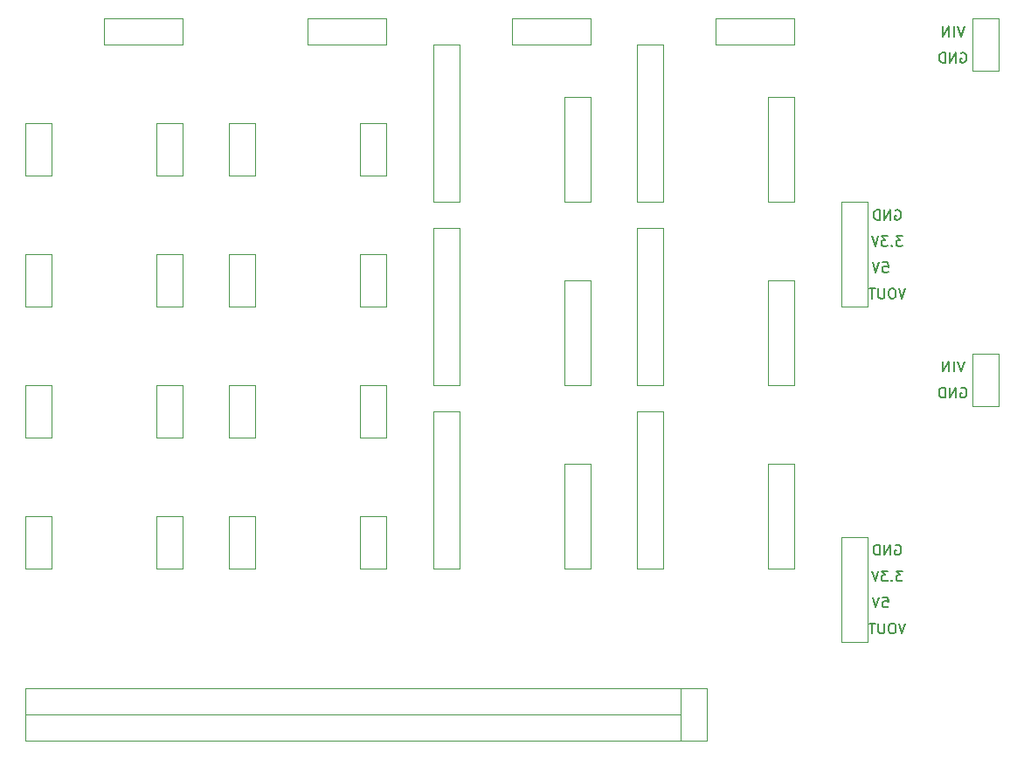
<source format=gbo>
G04 #@! TF.GenerationSoftware,KiCad,Pcbnew,(5.1.8)-1*
G04 #@! TF.CreationDate,2021-05-15T20:45:05+09:00*
G04 #@! TF.ProjectId,test,74657374-2e6b-4696-9361-645f70636258,rev?*
G04 #@! TF.SameCoordinates,PX4c80f60PY7d04650*
G04 #@! TF.FileFunction,Legend,Bot*
G04 #@! TF.FilePolarity,Positive*
%FSLAX46Y46*%
G04 Gerber Fmt 4.6, Leading zero omitted, Abs format (unit mm)*
G04 Created by KiCad (PCBNEW (5.1.8)-1) date 2021-05-15 20:45:05*
%MOMM*%
%LPD*%
G01*
G04 APERTURE LIST*
%ADD10C,0.120000*%
%ADD11C,0.150000*%
%ADD12C,1.120000*%
%ADD13R,1.700000X1.700000*%
%ADD14C,1.700000*%
%ADD15O,1.700000X1.700000*%
%ADD16O,1.500000X2.300000*%
%ADD17R,1.500000X2.300000*%
G04 APERTURE END LIST*
D10*
X64770000Y20955000D02*
X64770000Y15875000D01*
X1270000Y18415000D02*
X64770000Y18415000D01*
X67310000Y15875000D02*
X67310000Y20955000D01*
X1270000Y15875000D02*
X67310000Y15875000D01*
X67310000Y20955000D02*
X1270000Y20955000D01*
X1270000Y20955000D02*
X1270000Y15875000D01*
D11*
X91946904Y50030000D02*
X92042142Y50077620D01*
X92185000Y50077620D01*
X92327857Y50030000D01*
X92423095Y49934762D01*
X92470714Y49839524D01*
X92518333Y49649048D01*
X92518333Y49506191D01*
X92470714Y49315715D01*
X92423095Y49220477D01*
X92327857Y49125239D01*
X92185000Y49077620D01*
X92089761Y49077620D01*
X91946904Y49125239D01*
X91899285Y49172858D01*
X91899285Y49506191D01*
X92089761Y49506191D01*
X91470714Y49077620D02*
X91470714Y50077620D01*
X90899285Y49077620D01*
X90899285Y50077620D01*
X90423095Y49077620D02*
X90423095Y50077620D01*
X90185000Y50077620D01*
X90042142Y50030000D01*
X89946904Y49934762D01*
X89899285Y49839524D01*
X89851666Y49649048D01*
X89851666Y49506191D01*
X89899285Y49315715D01*
X89946904Y49220477D01*
X90042142Y49125239D01*
X90185000Y49077620D01*
X90423095Y49077620D01*
X85596904Y34790000D02*
X85692142Y34837620D01*
X85835000Y34837620D01*
X85977857Y34790000D01*
X86073095Y34694762D01*
X86120714Y34599524D01*
X86168333Y34409048D01*
X86168333Y34266191D01*
X86120714Y34075715D01*
X86073095Y33980477D01*
X85977857Y33885239D01*
X85835000Y33837620D01*
X85739761Y33837620D01*
X85596904Y33885239D01*
X85549285Y33932858D01*
X85549285Y34266191D01*
X85739761Y34266191D01*
X85120714Y33837620D02*
X85120714Y34837620D01*
X84549285Y33837620D01*
X84549285Y34837620D01*
X84073095Y33837620D02*
X84073095Y34837620D01*
X83835000Y34837620D01*
X83692142Y34790000D01*
X83596904Y34694762D01*
X83549285Y34599524D01*
X83501666Y34409048D01*
X83501666Y34266191D01*
X83549285Y34075715D01*
X83596904Y33980477D01*
X83692142Y33885239D01*
X83835000Y33837620D01*
X84073095Y33837620D01*
X86596904Y27217620D02*
X86263571Y26217620D01*
X85930238Y27217620D01*
X85406428Y27217620D02*
X85215952Y27217620D01*
X85120714Y27170000D01*
X85025476Y27074762D01*
X84977857Y26884286D01*
X84977857Y26550953D01*
X85025476Y26360477D01*
X85120714Y26265239D01*
X85215952Y26217620D01*
X85406428Y26217620D01*
X85501666Y26265239D01*
X85596904Y26360477D01*
X85644523Y26550953D01*
X85644523Y26884286D01*
X85596904Y27074762D01*
X85501666Y27170000D01*
X85406428Y27217620D01*
X84549285Y27217620D02*
X84549285Y26408096D01*
X84501666Y26312858D01*
X84454047Y26265239D01*
X84358809Y26217620D01*
X84168333Y26217620D01*
X84073095Y26265239D01*
X84025476Y26312858D01*
X83977857Y26408096D01*
X83977857Y27217620D01*
X83644523Y27217620D02*
X83073095Y27217620D01*
X83358809Y26217620D02*
X83358809Y27217620D01*
X86311190Y32297620D02*
X85692142Y32297620D01*
X86025476Y31916667D01*
X85882619Y31916667D01*
X85787380Y31869048D01*
X85739761Y31821429D01*
X85692142Y31726191D01*
X85692142Y31488096D01*
X85739761Y31392858D01*
X85787380Y31345239D01*
X85882619Y31297620D01*
X86168333Y31297620D01*
X86263571Y31345239D01*
X86311190Y31392858D01*
X85263571Y31392858D02*
X85215952Y31345239D01*
X85263571Y31297620D01*
X85311190Y31345239D01*
X85263571Y31392858D01*
X85263571Y31297620D01*
X84882619Y32297620D02*
X84263571Y32297620D01*
X84596904Y31916667D01*
X84454047Y31916667D01*
X84358809Y31869048D01*
X84311190Y31821429D01*
X84263571Y31726191D01*
X84263571Y31488096D01*
X84311190Y31392858D01*
X84358809Y31345239D01*
X84454047Y31297620D01*
X84739761Y31297620D01*
X84835000Y31345239D01*
X84882619Y31392858D01*
X83977857Y32297620D02*
X83644523Y31297620D01*
X83311190Y32297620D01*
X92280238Y52617620D02*
X91946904Y51617620D01*
X91613571Y52617620D01*
X91280238Y51617620D02*
X91280238Y52617620D01*
X90804047Y51617620D02*
X90804047Y52617620D01*
X90232619Y51617620D01*
X90232619Y52617620D01*
X84390476Y29757620D02*
X84866666Y29757620D01*
X84914285Y29281429D01*
X84866666Y29329048D01*
X84771428Y29376667D01*
X84533333Y29376667D01*
X84438095Y29329048D01*
X84390476Y29281429D01*
X84342857Y29186191D01*
X84342857Y28948096D01*
X84390476Y28852858D01*
X84438095Y28805239D01*
X84533333Y28757620D01*
X84771428Y28757620D01*
X84866666Y28805239D01*
X84914285Y28852858D01*
X84057142Y29757620D02*
X83723809Y28757620D01*
X83390476Y29757620D01*
D10*
X95630000Y48260000D02*
X95630000Y53340000D01*
X80390000Y35560000D02*
X80390000Y25400000D01*
X95630000Y53340000D02*
X93090000Y53340000D01*
X82930000Y35560000D02*
X80390000Y35560000D01*
X82930000Y25400000D02*
X82930000Y35560000D01*
X93090000Y53340000D02*
X93090000Y48260000D01*
X80390000Y25400000D02*
X82930000Y25400000D01*
X93090000Y48260000D02*
X95630000Y48260000D01*
D11*
X91946904Y82510000D02*
X92042142Y82557620D01*
X92185000Y82557620D01*
X92327857Y82510000D01*
X92423095Y82414762D01*
X92470714Y82319524D01*
X92518333Y82129048D01*
X92518333Y81986191D01*
X92470714Y81795715D01*
X92423095Y81700477D01*
X92327857Y81605239D01*
X92185000Y81557620D01*
X92089761Y81557620D01*
X91946904Y81605239D01*
X91899285Y81652858D01*
X91899285Y81986191D01*
X92089761Y81986191D01*
X91470714Y81557620D02*
X91470714Y82557620D01*
X90899285Y81557620D01*
X90899285Y82557620D01*
X90423095Y81557620D02*
X90423095Y82557620D01*
X90185000Y82557620D01*
X90042142Y82510000D01*
X89946904Y82414762D01*
X89899285Y82319524D01*
X89851666Y82129048D01*
X89851666Y81986191D01*
X89899285Y81795715D01*
X89946904Y81700477D01*
X90042142Y81605239D01*
X90185000Y81557620D01*
X90423095Y81557620D01*
X85596904Y67270000D02*
X85692142Y67317620D01*
X85835000Y67317620D01*
X85977857Y67270000D01*
X86073095Y67174762D01*
X86120714Y67079524D01*
X86168333Y66889048D01*
X86168333Y66746191D01*
X86120714Y66555715D01*
X86073095Y66460477D01*
X85977857Y66365239D01*
X85835000Y66317620D01*
X85739761Y66317620D01*
X85596904Y66365239D01*
X85549285Y66412858D01*
X85549285Y66746191D01*
X85739761Y66746191D01*
X85120714Y66317620D02*
X85120714Y67317620D01*
X84549285Y66317620D01*
X84549285Y67317620D01*
X84073095Y66317620D02*
X84073095Y67317620D01*
X83835000Y67317620D01*
X83692142Y67270000D01*
X83596904Y67174762D01*
X83549285Y67079524D01*
X83501666Y66889048D01*
X83501666Y66746191D01*
X83549285Y66555715D01*
X83596904Y66460477D01*
X83692142Y66365239D01*
X83835000Y66317620D01*
X84073095Y66317620D01*
X86596904Y59697620D02*
X86263571Y58697620D01*
X85930238Y59697620D01*
X85406428Y59697620D02*
X85215952Y59697620D01*
X85120714Y59650000D01*
X85025476Y59554762D01*
X84977857Y59364286D01*
X84977857Y59030953D01*
X85025476Y58840477D01*
X85120714Y58745239D01*
X85215952Y58697620D01*
X85406428Y58697620D01*
X85501666Y58745239D01*
X85596904Y58840477D01*
X85644523Y59030953D01*
X85644523Y59364286D01*
X85596904Y59554762D01*
X85501666Y59650000D01*
X85406428Y59697620D01*
X84549285Y59697620D02*
X84549285Y58888096D01*
X84501666Y58792858D01*
X84454047Y58745239D01*
X84358809Y58697620D01*
X84168333Y58697620D01*
X84073095Y58745239D01*
X84025476Y58792858D01*
X83977857Y58888096D01*
X83977857Y59697620D01*
X83644523Y59697620D02*
X83073095Y59697620D01*
X83358809Y58697620D02*
X83358809Y59697620D01*
X86311190Y64777620D02*
X85692142Y64777620D01*
X86025476Y64396667D01*
X85882619Y64396667D01*
X85787380Y64349048D01*
X85739761Y64301429D01*
X85692142Y64206191D01*
X85692142Y63968096D01*
X85739761Y63872858D01*
X85787380Y63825239D01*
X85882619Y63777620D01*
X86168333Y63777620D01*
X86263571Y63825239D01*
X86311190Y63872858D01*
X85263571Y63872858D02*
X85215952Y63825239D01*
X85263571Y63777620D01*
X85311190Y63825239D01*
X85263571Y63872858D01*
X85263571Y63777620D01*
X84882619Y64777620D02*
X84263571Y64777620D01*
X84596904Y64396667D01*
X84454047Y64396667D01*
X84358809Y64349048D01*
X84311190Y64301429D01*
X84263571Y64206191D01*
X84263571Y63968096D01*
X84311190Y63872858D01*
X84358809Y63825239D01*
X84454047Y63777620D01*
X84739761Y63777620D01*
X84835000Y63825239D01*
X84882619Y63872858D01*
X83977857Y64777620D02*
X83644523Y63777620D01*
X83311190Y64777620D01*
X92280238Y85097620D02*
X91946904Y84097620D01*
X91613571Y85097620D01*
X91280238Y84097620D02*
X91280238Y85097620D01*
X90804047Y84097620D02*
X90804047Y85097620D01*
X90232619Y84097620D01*
X90232619Y85097620D01*
X84390476Y62237620D02*
X84866666Y62237620D01*
X84914285Y61761429D01*
X84866666Y61809048D01*
X84771428Y61856667D01*
X84533333Y61856667D01*
X84438095Y61809048D01*
X84390476Y61761429D01*
X84342857Y61666191D01*
X84342857Y61428096D01*
X84390476Y61332858D01*
X84438095Y61285239D01*
X84533333Y61237620D01*
X84771428Y61237620D01*
X84866666Y61285239D01*
X84914285Y61332858D01*
X84057142Y62237620D02*
X83723809Y61237620D01*
X83390476Y62237620D01*
D10*
X95630000Y80740000D02*
X95630000Y85820000D01*
X80390000Y68040000D02*
X80390000Y57880000D01*
X95630000Y85820000D02*
X93090000Y85820000D01*
X82930000Y68040000D02*
X80390000Y68040000D01*
X82930000Y57880000D02*
X82930000Y68040000D01*
X93090000Y85820000D02*
X93090000Y80740000D01*
X80390000Y57880000D02*
X82930000Y57880000D01*
X93090000Y80740000D02*
X95630000Y80740000D01*
X73310000Y60420000D02*
X73310000Y50260000D01*
X60610000Y50260000D02*
X63150000Y50260000D01*
X75850000Y60420000D02*
X73310000Y60420000D01*
X75850000Y83280000D02*
X75850000Y85820000D01*
X63150000Y32480000D02*
X63150000Y47720000D01*
X75850000Y50260000D02*
X75850000Y60420000D01*
X60610000Y32480000D02*
X63150000Y32480000D01*
X73310000Y68040000D02*
X75850000Y68040000D01*
X63150000Y65500000D02*
X60610000Y65500000D01*
X75850000Y42640000D02*
X73310000Y42640000D01*
X63150000Y47720000D02*
X60610000Y47720000D01*
X60610000Y83280000D02*
X63150000Y83280000D01*
X75850000Y78200000D02*
X73310000Y78200000D01*
X75850000Y32480000D02*
X75850000Y42640000D01*
X75850000Y68040000D02*
X75850000Y78200000D01*
X73310000Y50260000D02*
X75850000Y50260000D01*
X63150000Y83280000D02*
X63150000Y68040000D01*
X73310000Y32480000D02*
X75850000Y32480000D01*
X73310000Y78200000D02*
X73310000Y68040000D01*
X60610000Y47720000D02*
X60610000Y32480000D01*
X60610000Y65500000D02*
X60610000Y50260000D01*
X73310000Y42640000D02*
X73310000Y32480000D01*
X68230000Y85820000D02*
X68230000Y83280000D01*
X75850000Y85820000D02*
X68230000Y85820000D01*
X68230000Y83280000D02*
X75850000Y83280000D01*
X60610000Y68040000D02*
X60610000Y83280000D01*
X63150000Y68040000D02*
X60610000Y68040000D01*
X63150000Y50260000D02*
X63150000Y65500000D01*
X53530000Y60420000D02*
X53530000Y50260000D01*
X40830000Y50260000D02*
X43370000Y50260000D01*
X56070000Y60420000D02*
X53530000Y60420000D01*
X56070000Y83280000D02*
X56070000Y85820000D01*
X43370000Y32480000D02*
X43370000Y47720000D01*
X56070000Y50260000D02*
X56070000Y60420000D01*
X40830000Y32480000D02*
X43370000Y32480000D01*
X53530000Y68040000D02*
X56070000Y68040000D01*
X43370000Y65500000D02*
X40830000Y65500000D01*
X56070000Y42640000D02*
X53530000Y42640000D01*
X43370000Y47720000D02*
X40830000Y47720000D01*
X40830000Y83280000D02*
X43370000Y83280000D01*
X56070000Y78200000D02*
X53530000Y78200000D01*
X56070000Y32480000D02*
X56070000Y42640000D01*
X56070000Y68040000D02*
X56070000Y78200000D01*
X53530000Y50260000D02*
X56070000Y50260000D01*
X43370000Y83280000D02*
X43370000Y68040000D01*
X53530000Y32480000D02*
X56070000Y32480000D01*
X53530000Y78200000D02*
X53530000Y68040000D01*
X40830000Y47720000D02*
X40830000Y32480000D01*
X40830000Y65500000D02*
X40830000Y50260000D01*
X53530000Y42640000D02*
X53530000Y32480000D01*
X48450000Y85820000D02*
X48450000Y83280000D01*
X56070000Y85820000D02*
X48450000Y85820000D01*
X48450000Y83280000D02*
X56070000Y83280000D01*
X40830000Y68040000D02*
X40830000Y83280000D01*
X43370000Y68040000D02*
X40830000Y68040000D01*
X43370000Y50260000D02*
X43370000Y65500000D01*
X21050000Y75660000D02*
X21050000Y70580000D01*
X36290000Y37560000D02*
X33750000Y37560000D01*
X23590000Y32480000D02*
X23590000Y37560000D01*
X21050000Y32480000D02*
X23590000Y32480000D01*
X23590000Y62960000D02*
X21050000Y62960000D01*
X23590000Y57880000D02*
X23590000Y62960000D01*
X23590000Y37560000D02*
X21050000Y37560000D01*
X36290000Y45180000D02*
X36290000Y50260000D01*
X33750000Y70580000D02*
X36290000Y70580000D01*
X21050000Y70580000D02*
X23590000Y70580000D01*
X36290000Y70580000D02*
X36290000Y75660000D01*
X33750000Y32480000D02*
X36290000Y32480000D01*
X28670000Y83280000D02*
X36290000Y83280000D01*
X33750000Y62960000D02*
X33750000Y57880000D01*
X36290000Y83280000D02*
X36290000Y85820000D01*
X36290000Y62960000D02*
X33750000Y62960000D01*
X36290000Y57880000D02*
X36290000Y62960000D01*
X21050000Y57880000D02*
X23590000Y57880000D01*
X33750000Y75660000D02*
X33750000Y70580000D01*
X36290000Y85820000D02*
X28670000Y85820000D01*
X33750000Y57880000D02*
X36290000Y57880000D01*
X23590000Y45180000D02*
X23590000Y50260000D01*
X23590000Y50260000D02*
X21050000Y50260000D01*
X28670000Y85820000D02*
X28670000Y83280000D01*
X36290000Y32480000D02*
X36290000Y37560000D01*
X21050000Y45180000D02*
X23590000Y45180000D01*
X33750000Y37560000D02*
X33750000Y32480000D01*
X21050000Y62960000D02*
X21050000Y57880000D01*
X36290000Y50260000D02*
X33750000Y50260000D01*
X36290000Y75660000D02*
X33750000Y75660000D01*
X23590000Y70580000D02*
X23590000Y75660000D01*
X33750000Y45180000D02*
X36290000Y45180000D01*
X21050000Y37560000D02*
X21050000Y32480000D01*
X33750000Y50260000D02*
X33750000Y45180000D01*
X23590000Y75660000D02*
X21050000Y75660000D01*
X21050000Y50260000D02*
X21050000Y45180000D01*
X1270000Y45180000D02*
X3810000Y45180000D01*
X3810000Y45180000D02*
X3810000Y50260000D01*
X13970000Y37560000D02*
X13970000Y32480000D01*
X8890000Y85820000D02*
X8890000Y83280000D01*
X16510000Y57880000D02*
X16510000Y62960000D01*
X1270000Y62960000D02*
X1270000Y57880000D01*
X13970000Y75660000D02*
X13970000Y70580000D01*
X16510000Y85820000D02*
X8890000Y85820000D01*
X13970000Y57880000D02*
X16510000Y57880000D01*
X16510000Y32480000D02*
X16510000Y37560000D01*
X3810000Y50260000D02*
X1270000Y50260000D01*
X1270000Y57880000D02*
X3810000Y57880000D01*
X1270000Y50260000D02*
X1270000Y45180000D01*
X16510000Y50260000D02*
X13970000Y50260000D01*
X16510000Y75660000D02*
X13970000Y75660000D01*
X13970000Y45180000D02*
X16510000Y45180000D01*
X1270000Y37560000D02*
X1270000Y32480000D01*
X13970000Y50260000D02*
X13970000Y45180000D01*
X3810000Y75660000D02*
X1270000Y75660000D01*
X3810000Y70580000D02*
X3810000Y75660000D01*
X13970000Y32480000D02*
X16510000Y32480000D01*
X8890000Y83280000D02*
X16510000Y83280000D01*
X1270000Y75660000D02*
X1270000Y70580000D01*
X1270000Y70580000D02*
X3810000Y70580000D01*
X3810000Y62960000D02*
X1270000Y62960000D01*
X16510000Y45180000D02*
X16510000Y50260000D01*
X1270000Y32480000D02*
X3810000Y32480000D01*
X13970000Y70580000D02*
X16510000Y70580000D01*
X16510000Y70580000D02*
X16510000Y75660000D01*
X16510000Y37560000D02*
X13970000Y37560000D01*
X3810000Y37560000D02*
X1270000Y37560000D01*
X3810000Y32480000D02*
X3810000Y37560000D01*
X3810000Y57880000D02*
X3810000Y62960000D01*
X16510000Y83280000D02*
X16510000Y85820000D01*
X13970000Y62960000D02*
X13970000Y57880000D01*
X16510000Y62960000D02*
X13970000Y62960000D01*
%LPC*%
D12*
X52070000Y25045000D03*
X49530000Y22505000D03*
X46990000Y25045000D03*
X62230000Y11710000D03*
X64770000Y9170000D03*
X67310000Y11710000D03*
X36830000Y25045000D03*
X34290000Y22505000D03*
X31750000Y25045000D03*
X21590000Y25045000D03*
X19050000Y22505000D03*
X16510000Y25045000D03*
D13*
X66040000Y17145000D03*
X66040000Y19685000D03*
D14*
X63500000Y19685000D03*
D15*
X60960000Y19685000D03*
X58420000Y19685000D03*
X55880000Y19685000D03*
X53340000Y19685000D03*
X50800000Y19685000D03*
X48260000Y19685000D03*
X45720000Y19685000D03*
X43180000Y19685000D03*
X40640000Y19685000D03*
X38100000Y19685000D03*
X35560000Y19685000D03*
X33020000Y19685000D03*
X30480000Y19685000D03*
X27940000Y19685000D03*
X25400000Y19685000D03*
X22860000Y19685000D03*
X20320000Y19685000D03*
X17780000Y19685000D03*
X15240000Y19685000D03*
X12700000Y19685000D03*
X10160000Y19685000D03*
X7620000Y19685000D03*
X5080000Y19685000D03*
X2540000Y19685000D03*
D12*
X1270000Y25045000D03*
X3810000Y22505000D03*
X6350000Y25045000D03*
D15*
X2540000Y17145000D03*
X5080000Y17145000D03*
X7620000Y17145000D03*
X10160000Y17145000D03*
X12700000Y17145000D03*
X15240000Y17145000D03*
X17780000Y17145000D03*
X20320000Y17145000D03*
X22860000Y17145000D03*
X25400000Y17145000D03*
X27940000Y17145000D03*
X30480000Y17145000D03*
X33020000Y17145000D03*
X35560000Y17145000D03*
X38100000Y17145000D03*
X40640000Y17145000D03*
X43180000Y17145000D03*
X45720000Y17145000D03*
X48260000Y17145000D03*
X50800000Y17145000D03*
X53340000Y17145000D03*
X55880000Y17145000D03*
X58420000Y17145000D03*
X60960000Y17145000D03*
D14*
X63500000Y17145000D03*
D12*
X54610000Y25045000D03*
X57150000Y22505000D03*
X59690000Y25045000D03*
X39370000Y25045000D03*
X41910000Y22505000D03*
X44450000Y25045000D03*
X24130000Y25045000D03*
X26670000Y22505000D03*
X29210000Y25045000D03*
X8890000Y25045000D03*
X11430000Y22505000D03*
X13970000Y25045000D03*
X31750000Y4090000D03*
X34290000Y1550000D03*
X36830000Y4090000D03*
X29210000Y4090000D03*
X26670000Y1550000D03*
X24130000Y4090000D03*
X16510000Y11710000D03*
X19050000Y9170000D03*
X21590000Y11710000D03*
X1270000Y11710000D03*
X3810000Y9170000D03*
X6350000Y11710000D03*
X59690000Y4090000D03*
X57150000Y1550000D03*
X54610000Y4090000D03*
X13970000Y4090000D03*
X11430000Y1550000D03*
X8890000Y4090000D03*
X44450000Y11710000D03*
X41910000Y9170000D03*
X39370000Y11710000D03*
X46990000Y11710000D03*
X49530000Y9170000D03*
X52070000Y11710000D03*
X13970000Y11710000D03*
X11430000Y9170000D03*
X8890000Y11710000D03*
X46990000Y4090000D03*
X49530000Y1550000D03*
X52070000Y4090000D03*
X44450000Y4090000D03*
X41910000Y1550000D03*
X39370000Y4090000D03*
X29210000Y11710000D03*
X26670000Y9170000D03*
X24130000Y11710000D03*
X31750000Y11710000D03*
X34290000Y9170000D03*
X36830000Y11710000D03*
X59690000Y11710000D03*
X57150000Y9170000D03*
X54610000Y11710000D03*
X16510000Y4090000D03*
X19050000Y1550000D03*
X21590000Y4090000D03*
X67310000Y25045000D03*
X64770000Y22505000D03*
X62230000Y25045000D03*
D15*
X81660000Y34290000D03*
X81660000Y31750000D03*
X81660000Y29210000D03*
D13*
X81660000Y26670000D03*
D12*
X89280000Y28168000D03*
X86740000Y30708000D03*
X84200000Y28168000D03*
D16*
X88645000Y47625000D03*
X86105000Y47625000D03*
D17*
X83565000Y47625000D03*
D15*
X94360000Y49530000D03*
D13*
X94360000Y52070000D03*
D15*
X81660000Y66770000D03*
X81660000Y64230000D03*
X81660000Y61690000D03*
D13*
X81660000Y59150000D03*
D12*
X89280000Y60648000D03*
X86740000Y63188000D03*
X84200000Y60648000D03*
D16*
X88645000Y80105000D03*
X86105000Y80105000D03*
D17*
X83565000Y80105000D03*
D15*
X94360000Y82010000D03*
D13*
X94360000Y84550000D03*
D15*
X74580000Y33750000D03*
D14*
X74580000Y36290000D03*
D15*
X74580000Y51530000D03*
D14*
X74580000Y54070000D03*
D15*
X61880000Y74390000D03*
X61880000Y71850000D03*
D14*
X61880000Y69310000D03*
D15*
X61880000Y82010000D03*
X61880000Y79470000D03*
D14*
X61880000Y76930000D03*
D15*
X74580000Y74390000D03*
D14*
X74580000Y76930000D03*
D15*
X69500000Y84550000D03*
X72040000Y84550000D03*
D13*
X74580000Y84550000D03*
D14*
X74580000Y41370000D03*
D15*
X74580000Y38830000D03*
X61880000Y46450000D03*
X61880000Y43910000D03*
D14*
X61880000Y41370000D03*
X61880000Y51530000D03*
D15*
X61880000Y54070000D03*
X61880000Y56610000D03*
X74580000Y56610000D03*
D14*
X74580000Y59150000D03*
X61880000Y33750000D03*
D15*
X61880000Y36290000D03*
X61880000Y38830000D03*
D14*
X61880000Y59150000D03*
D15*
X61880000Y61690000D03*
X61880000Y64230000D03*
D14*
X74580000Y71850000D03*
D15*
X74580000Y69310000D03*
X54800000Y33750000D03*
D14*
X54800000Y36290000D03*
D15*
X54800000Y51530000D03*
D14*
X54800000Y54070000D03*
D15*
X42100000Y74390000D03*
X42100000Y71850000D03*
D14*
X42100000Y69310000D03*
D15*
X42100000Y82010000D03*
X42100000Y79470000D03*
D14*
X42100000Y76930000D03*
D15*
X54800000Y74390000D03*
D14*
X54800000Y76930000D03*
D15*
X49720000Y84550000D03*
X52260000Y84550000D03*
D13*
X54800000Y84550000D03*
D14*
X54800000Y41370000D03*
D15*
X54800000Y38830000D03*
X42100000Y46450000D03*
X42100000Y43910000D03*
D14*
X42100000Y41370000D03*
X42100000Y51530000D03*
D15*
X42100000Y54070000D03*
X42100000Y56610000D03*
X54800000Y56610000D03*
D14*
X54800000Y59150000D03*
X42100000Y33750000D03*
D15*
X42100000Y36290000D03*
X42100000Y38830000D03*
D14*
X42100000Y59150000D03*
D15*
X42100000Y61690000D03*
X42100000Y64230000D03*
D14*
X54800000Y71850000D03*
D15*
X54800000Y69310000D03*
D14*
X35020000Y74390000D03*
D15*
X35020000Y71850000D03*
D13*
X35020000Y84550000D03*
D15*
X32480000Y84550000D03*
X29940000Y84550000D03*
D14*
X35020000Y48990000D03*
D15*
X35020000Y46450000D03*
X35020000Y33750000D03*
D14*
X35020000Y36290000D03*
D13*
X22320000Y46450000D03*
D15*
X22320000Y48990000D03*
D14*
X22320000Y71850000D03*
D15*
X22320000Y74390000D03*
X22320000Y36290000D03*
D14*
X22320000Y33750000D03*
D15*
X22320000Y61690000D03*
D14*
X22320000Y59150000D03*
D15*
X35020000Y59150000D03*
D14*
X35020000Y61690000D03*
D15*
X10160000Y84550000D03*
X12700000Y84550000D03*
D13*
X15240000Y84550000D03*
D15*
X15240000Y71850000D03*
D14*
X15240000Y74390000D03*
D15*
X15240000Y46450000D03*
D14*
X15240000Y48990000D03*
X15240000Y36290000D03*
D15*
X15240000Y33750000D03*
D14*
X2540000Y33750000D03*
D15*
X2540000Y36290000D03*
X2540000Y48990000D03*
D13*
X2540000Y46450000D03*
D14*
X2540000Y59150000D03*
D15*
X2540000Y61690000D03*
D14*
X15240000Y61690000D03*
D15*
X15240000Y59150000D03*
X2540000Y74390000D03*
D14*
X2540000Y71850000D03*
M02*

</source>
